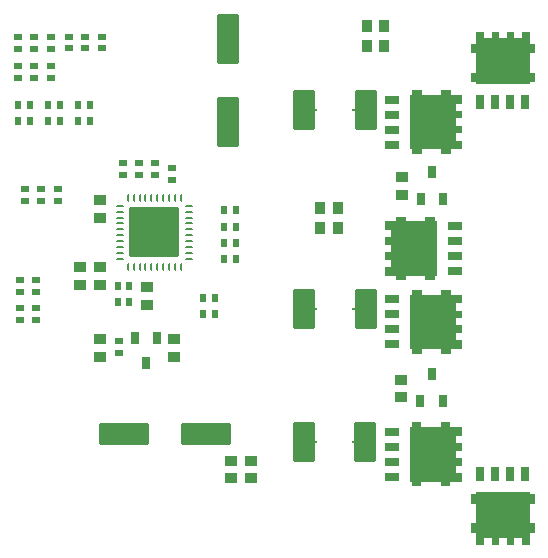
<source format=gbr>
G04*
G04 #@! TF.GenerationSoftware,Altium Limited,Altium Designer,24.10.1 (45)*
G04*
G04 Layer_Color=8421504*
%FSLAX25Y25*%
%MOIN*%
G70*
G04*
G04 #@! TF.SameCoordinates,CBAACD6F-12D9-4D4A-9EA7-E70620961981*
G04*
G04*
G04 #@! TF.FilePolarity,Positive*
G04*
G01*
G75*
G04:AMPARAMS|DCode=14|XSize=70.87mil|YSize=133.86mil|CornerRadius=5.32mil|HoleSize=0mil|Usage=FLASHONLY|Rotation=0.000|XOffset=0mil|YOffset=0mil|HoleType=Round|Shape=RoundedRectangle|*
%AMROUNDEDRECTD14*
21,1,0.07087,0.12323,0,0,0.0*
21,1,0.06024,0.13386,0,0,0.0*
1,1,0.01063,0.03012,-0.06161*
1,1,0.01063,-0.03012,-0.06161*
1,1,0.01063,-0.03012,0.06161*
1,1,0.01063,0.03012,0.06161*
%
%ADD14ROUNDEDRECTD14*%
G04:AMPARAMS|DCode=15|XSize=21.65mil|YSize=25.59mil|CornerRadius=1.62mil|HoleSize=0mil|Usage=FLASHONLY|Rotation=0.000|XOffset=0mil|YOffset=0mil|HoleType=Round|Shape=RoundedRectangle|*
%AMROUNDEDRECTD15*
21,1,0.02165,0.02234,0,0,0.0*
21,1,0.01841,0.02559,0,0,0.0*
1,1,0.00325,0.00920,-0.01117*
1,1,0.00325,-0.00920,-0.01117*
1,1,0.00325,-0.00920,0.01117*
1,1,0.00325,0.00920,0.01117*
%
%ADD15ROUNDEDRECTD15*%
G04:AMPARAMS|DCode=16|XSize=35.43mil|YSize=39.37mil|CornerRadius=2.66mil|HoleSize=0mil|Usage=FLASHONLY|Rotation=90.000|XOffset=0mil|YOffset=0mil|HoleType=Round|Shape=RoundedRectangle|*
%AMROUNDEDRECTD16*
21,1,0.03543,0.03406,0,0,90.0*
21,1,0.03012,0.03937,0,0,90.0*
1,1,0.00532,0.01703,0.01506*
1,1,0.00532,0.01703,-0.01506*
1,1,0.00532,-0.01703,-0.01506*
1,1,0.00532,-0.01703,0.01506*
%
%ADD16ROUNDEDRECTD16*%
G04:AMPARAMS|DCode=17|XSize=21.65mil|YSize=25.59mil|CornerRadius=1.62mil|HoleSize=0mil|Usage=FLASHONLY|Rotation=90.000|XOffset=0mil|YOffset=0mil|HoleType=Round|Shape=RoundedRectangle|*
%AMROUNDEDRECTD17*
21,1,0.02165,0.02234,0,0,90.0*
21,1,0.01841,0.02559,0,0,90.0*
1,1,0.00325,0.01117,0.00920*
1,1,0.00325,0.01117,-0.00920*
1,1,0.00325,-0.01117,-0.00920*
1,1,0.00325,-0.01117,0.00920*
%
%ADD17ROUNDEDRECTD17*%
G04:AMPARAMS|DCode=18|XSize=25.59mil|YSize=43.31mil|CornerRadius=1.92mil|HoleSize=0mil|Usage=FLASHONLY|Rotation=0.000|XOffset=0mil|YOffset=0mil|HoleType=Round|Shape=RoundedRectangle|*
%AMROUNDEDRECTD18*
21,1,0.02559,0.03947,0,0,0.0*
21,1,0.02175,0.04331,0,0,0.0*
1,1,0.00384,0.01088,-0.01973*
1,1,0.00384,-0.01088,-0.01973*
1,1,0.00384,-0.01088,0.01973*
1,1,0.00384,0.01088,0.01973*
%
%ADD18ROUNDEDRECTD18*%
G04:AMPARAMS|DCode=19|XSize=35.43mil|YSize=39.37mil|CornerRadius=2.66mil|HoleSize=0mil|Usage=FLASHONLY|Rotation=0.000|XOffset=0mil|YOffset=0mil|HoleType=Round|Shape=RoundedRectangle|*
%AMROUNDEDRECTD19*
21,1,0.03543,0.03406,0,0,0.0*
21,1,0.03012,0.03937,0,0,0.0*
1,1,0.00532,0.01506,-0.01703*
1,1,0.00532,-0.01506,-0.01703*
1,1,0.00532,-0.01506,0.01703*
1,1,0.00532,0.01506,0.01703*
%
%ADD19ROUNDEDRECTD19*%
%ADD20R,0.00500X0.00500*%
%ADD21R,0.01000X0.00500*%
G04:AMPARAMS|DCode=22|XSize=25.59mil|YSize=49.21mil|CornerRadius=0.64mil|HoleSize=0mil|Usage=FLASHONLY|Rotation=270.000|XOffset=0mil|YOffset=0mil|HoleType=Round|Shape=RoundedRectangle|*
%AMROUNDEDRECTD22*
21,1,0.02559,0.04793,0,0,270.0*
21,1,0.02431,0.04921,0,0,270.0*
1,1,0.00128,-0.02397,-0.01216*
1,1,0.00128,-0.02397,0.01216*
1,1,0.00128,0.02397,0.01216*
1,1,0.00128,0.02397,-0.01216*
%
%ADD22ROUNDEDRECTD22*%
G04:AMPARAMS|DCode=23|XSize=25.59mil|YSize=49.21mil|CornerRadius=0.64mil|HoleSize=0mil|Usage=FLASHONLY|Rotation=180.000|XOffset=0mil|YOffset=0mil|HoleType=Round|Shape=RoundedRectangle|*
%AMROUNDEDRECTD23*
21,1,0.02559,0.04793,0,0,180.0*
21,1,0.02431,0.04921,0,0,180.0*
1,1,0.00128,-0.01216,0.02397*
1,1,0.00128,0.01216,0.02397*
1,1,0.00128,0.01216,-0.02397*
1,1,0.00128,-0.01216,-0.02397*
%
%ADD23ROUNDEDRECTD23*%
G04:AMPARAMS|DCode=24|XSize=23.62mil|YSize=43.31mil|CornerRadius=1.77mil|HoleSize=0mil|Usage=FLASHONLY|Rotation=180.000|XOffset=0mil|YOffset=0mil|HoleType=Round|Shape=RoundedRectangle|*
%AMROUNDEDRECTD24*
21,1,0.02362,0.03976,0,0,180.0*
21,1,0.02008,0.04331,0,0,180.0*
1,1,0.00354,-0.01004,0.01988*
1,1,0.00354,0.01004,0.01988*
1,1,0.00354,0.01004,-0.01988*
1,1,0.00354,-0.01004,-0.01988*
%
%ADD24ROUNDEDRECTD24*%
G04:AMPARAMS|DCode=25|XSize=165.35mil|YSize=74.8mil|CornerRadius=5.61mil|HoleSize=0mil|Usage=FLASHONLY|Rotation=90.000|XOffset=0mil|YOffset=0mil|HoleType=Round|Shape=RoundedRectangle|*
%AMROUNDEDRECTD25*
21,1,0.16535,0.06358,0,0,90.0*
21,1,0.15413,0.07480,0,0,90.0*
1,1,0.01122,0.03179,0.07707*
1,1,0.01122,0.03179,-0.07707*
1,1,0.01122,-0.03179,-0.07707*
1,1,0.01122,-0.03179,0.07707*
%
%ADD25ROUNDEDRECTD25*%
G04:AMPARAMS|DCode=26|XSize=165.35mil|YSize=74.8mil|CornerRadius=5.61mil|HoleSize=0mil|Usage=FLASHONLY|Rotation=180.000|XOffset=0mil|YOffset=0mil|HoleType=Round|Shape=RoundedRectangle|*
%AMROUNDEDRECTD26*
21,1,0.16535,0.06358,0,0,180.0*
21,1,0.15413,0.07480,0,0,180.0*
1,1,0.01122,-0.07707,0.03179*
1,1,0.01122,0.07707,0.03179*
1,1,0.01122,0.07707,-0.03179*
1,1,0.01122,-0.07707,-0.03179*
%
%ADD26ROUNDEDRECTD26*%
G04:AMPARAMS|DCode=27|XSize=163.39mil|YSize=163.39mil|CornerRadius=1.63mil|HoleSize=0mil|Usage=FLASHONLY|Rotation=90.000|XOffset=0mil|YOffset=0mil|HoleType=Round|Shape=RoundedRectangle|*
%AMROUNDEDRECTD27*
21,1,0.16339,0.16012,0,0,90.0*
21,1,0.16012,0.16339,0,0,90.0*
1,1,0.00327,0.08006,0.08006*
1,1,0.00327,0.08006,-0.08006*
1,1,0.00327,-0.08006,-0.08006*
1,1,0.00327,-0.08006,0.08006*
%
%ADD27ROUNDEDRECTD27*%
G04:AMPARAMS|DCode=28|XSize=8.66mil|YSize=23.62mil|CornerRadius=1.95mil|HoleSize=0mil|Usage=FLASHONLY|Rotation=90.000|XOffset=0mil|YOffset=0mil|HoleType=Round|Shape=RoundedRectangle|*
%AMROUNDEDRECTD28*
21,1,0.00866,0.01972,0,0,90.0*
21,1,0.00476,0.02362,0,0,90.0*
1,1,0.00390,0.00986,0.00238*
1,1,0.00390,0.00986,-0.00238*
1,1,0.00390,-0.00986,-0.00238*
1,1,0.00390,-0.00986,0.00238*
%
%ADD28ROUNDEDRECTD28*%
G04:AMPARAMS|DCode=29|XSize=8.66mil|YSize=23.62mil|CornerRadius=1.95mil|HoleSize=0mil|Usage=FLASHONLY|Rotation=180.000|XOffset=0mil|YOffset=0mil|HoleType=Round|Shape=RoundedRectangle|*
%AMROUNDEDRECTD29*
21,1,0.00866,0.01972,0,0,180.0*
21,1,0.00476,0.02362,0,0,180.0*
1,1,0.00390,-0.00238,0.00986*
1,1,0.00390,0.00238,0.00986*
1,1,0.00390,0.00238,-0.00986*
1,1,0.00390,-0.00238,-0.00986*
%
%ADD29ROUNDEDRECTD29*%
G36*
X263307Y28681D02*
X264882D01*
Y25532D01*
X263307D01*
Y19035D01*
X264882D01*
Y15886D01*
X263307D01*
Y11909D01*
X260453D01*
Y14075D01*
X257992D01*
Y11909D01*
X255472D01*
Y14075D01*
X253031D01*
Y11909D01*
X250512D01*
Y14075D01*
X248051D01*
Y11909D01*
X245197D01*
Y15886D01*
X243622D01*
Y19035D01*
X245197D01*
Y25532D01*
X243622D01*
Y28681D01*
X245197D01*
Y29429D01*
X263307D01*
Y28681D01*
D02*
G37*
G36*
X236673Y51083D02*
X240650D01*
Y48228D01*
X238484D01*
Y45768D01*
X240650D01*
Y43248D01*
X238484D01*
Y40807D01*
X240650D01*
Y38287D01*
X238484D01*
Y35827D01*
X240650D01*
Y32972D01*
X236673D01*
Y31398D01*
X233524D01*
Y32972D01*
X227028D01*
Y31398D01*
X223878D01*
Y32972D01*
X223130D01*
Y51083D01*
X223878D01*
Y52658D01*
X227028D01*
Y51083D01*
X233524D01*
Y52658D01*
X236673D01*
Y51083D01*
D02*
G37*
G36*
X236772Y95256D02*
X240748D01*
Y92402D01*
X238583D01*
Y89941D01*
X240748D01*
Y87421D01*
X238583D01*
Y84980D01*
X240748D01*
Y82461D01*
X238583D01*
Y80000D01*
X240748D01*
Y77146D01*
X236772D01*
Y75571D01*
X233622D01*
Y77146D01*
X227126D01*
Y75571D01*
X223976D01*
Y77146D01*
X223228D01*
Y95256D01*
X223976D01*
Y96831D01*
X227126D01*
Y95256D01*
X233622D01*
Y96831D01*
X236772D01*
Y95256D01*
D02*
G37*
G36*
X231535Y119685D02*
X232283D01*
Y101575D01*
X231535D01*
Y100000D01*
X228386D01*
Y101575D01*
X221890D01*
Y100000D01*
X218740D01*
Y101575D01*
X214764D01*
Y104429D01*
X216929D01*
Y106890D01*
X214764D01*
Y109409D01*
X216929D01*
Y111850D01*
X214764D01*
Y114370D01*
X216929D01*
Y116831D01*
X214764D01*
Y119685D01*
X218740D01*
Y121260D01*
X221890D01*
Y119685D01*
X228386D01*
Y121260D01*
X231535D01*
Y119685D01*
D02*
G37*
G36*
X236772Y161811D02*
X240748D01*
Y158957D01*
X238583D01*
Y156496D01*
X240748D01*
Y153976D01*
X238583D01*
Y151535D01*
X240748D01*
Y149016D01*
X238583D01*
Y146555D01*
X240748D01*
Y143701D01*
X236772D01*
Y142126D01*
X233622D01*
Y143701D01*
X227126D01*
Y142126D01*
X223976D01*
Y143701D01*
X223228D01*
Y161811D01*
X223976D01*
Y163386D01*
X227126D01*
Y161811D01*
X233622D01*
Y163386D01*
X236772D01*
Y161811D01*
D02*
G37*
G36*
X263307Y178898D02*
X264882D01*
Y175748D01*
X263307D01*
Y169252D01*
X264882D01*
Y166102D01*
X263307D01*
Y165354D01*
X245197D01*
Y166102D01*
X243622D01*
Y169252D01*
X245197D01*
Y175748D01*
X243622D01*
Y178898D01*
X245197D01*
Y182874D01*
X248051D01*
Y180709D01*
X250512D01*
Y182874D01*
X253031D01*
Y180709D01*
X255472D01*
Y182874D01*
X257992D01*
Y180709D01*
X260453D01*
Y182874D01*
X263307D01*
Y178898D01*
D02*
G37*
D14*
X208366Y46161D02*
D03*
X187894D02*
D03*
X208465Y90354D02*
D03*
X187992D02*
D03*
Y156890D02*
D03*
X208465D02*
D03*
D15*
X165256Y123327D02*
D03*
X161319D02*
D03*
X92520Y158563D02*
D03*
X96457D02*
D03*
X112500D02*
D03*
X116437D02*
D03*
X125787Y92815D02*
D03*
X129724D02*
D03*
X125787Y98228D02*
D03*
X129724D02*
D03*
X161319Y112500D02*
D03*
X165256D02*
D03*
X112500Y153150D02*
D03*
X116437D02*
D03*
X161319Y117913D02*
D03*
X165256D02*
D03*
X154232Y88681D02*
D03*
X158169D02*
D03*
X102559Y153150D02*
D03*
X106496D02*
D03*
X102559Y158563D02*
D03*
X106496D02*
D03*
X161319Y107087D02*
D03*
X165256D02*
D03*
X154232Y94095D02*
D03*
X158169D02*
D03*
X92520Y153150D02*
D03*
X96457D02*
D03*
D16*
X144685Y74508D02*
D03*
Y80413D02*
D03*
X170177Y34055D02*
D03*
Y39961D02*
D03*
X220417Y66929D02*
D03*
Y61024D02*
D03*
X113386Y98622D02*
D03*
Y104528D02*
D03*
X135531Y97835D02*
D03*
Y91929D02*
D03*
X120079Y80413D02*
D03*
Y74508D02*
D03*
X119980Y98622D02*
D03*
Y104528D02*
D03*
X220574Y128543D02*
D03*
Y134449D02*
D03*
X163583Y34055D02*
D03*
Y39961D02*
D03*
X119783Y126870D02*
D03*
Y120965D02*
D03*
D17*
X115059Y181299D02*
D03*
Y177362D02*
D03*
X103445Y171555D02*
D03*
Y167618D02*
D03*
X93307Y86811D02*
D03*
Y90748D02*
D03*
X94882Y130413D02*
D03*
Y126476D02*
D03*
X138386Y139173D02*
D03*
Y135236D02*
D03*
X103445Y177264D02*
D03*
Y181201D02*
D03*
X92618Y167618D02*
D03*
Y171555D02*
D03*
X98032Y167618D02*
D03*
Y171555D02*
D03*
X143799Y137500D02*
D03*
Y133563D02*
D03*
X98032Y181201D02*
D03*
Y177264D02*
D03*
X93307Y96161D02*
D03*
Y100098D02*
D03*
X98721Y96161D02*
D03*
Y100098D02*
D03*
X105905Y130413D02*
D03*
Y126476D02*
D03*
X132972Y139173D02*
D03*
Y135236D02*
D03*
X126378Y79724D02*
D03*
Y75787D02*
D03*
X109646Y181299D02*
D03*
Y177362D02*
D03*
X92618Y181201D02*
D03*
Y177264D02*
D03*
X120472Y181299D02*
D03*
Y177362D02*
D03*
X98721Y86811D02*
D03*
Y90748D02*
D03*
X100394Y130413D02*
D03*
Y126476D02*
D03*
X127559Y139173D02*
D03*
Y135236D02*
D03*
D18*
X230456Y68701D02*
D03*
X234196Y59646D02*
D03*
X226716D02*
D03*
X226907Y127067D02*
D03*
X234388D02*
D03*
X230647Y136122D02*
D03*
D19*
X214665Y178248D02*
D03*
X208760D02*
D03*
X199114Y124114D02*
D03*
X193209D02*
D03*
X199114Y117421D02*
D03*
X193209D02*
D03*
X214665Y184843D02*
D03*
X208760D02*
D03*
D20*
X204876Y90354D02*
D03*
X204626D02*
D03*
X204921Y156890D02*
D03*
X204671D02*
D03*
X191285Y90354D02*
D03*
X191535D02*
D03*
X191228Y46161D02*
D03*
X191478D02*
D03*
X205073D02*
D03*
X204823D02*
D03*
X191285Y156890D02*
D03*
X191535D02*
D03*
D21*
X204126Y90354D02*
D03*
X204171Y156890D02*
D03*
X192035Y90354D02*
D03*
X191978Y46161D02*
D03*
X204323D02*
D03*
X192035Y156890D02*
D03*
D22*
X217224Y93701D02*
D03*
Y88701D02*
D03*
Y78701D02*
D03*
Y83701D02*
D03*
Y160256D02*
D03*
Y155256D02*
D03*
Y145256D02*
D03*
Y150256D02*
D03*
X217126Y49528D02*
D03*
Y44528D02*
D03*
Y34528D02*
D03*
Y39528D02*
D03*
X238287Y103130D02*
D03*
Y108130D02*
D03*
Y118130D02*
D03*
Y113130D02*
D03*
D23*
X261752Y35433D02*
D03*
X256752D02*
D03*
X246752D02*
D03*
X251752D02*
D03*
X246752Y159350D02*
D03*
X251752D02*
D03*
X261752D02*
D03*
X256752D02*
D03*
D24*
X135236Y72539D02*
D03*
X131496Y80807D02*
D03*
X138976D02*
D03*
D25*
X162598Y152756D02*
D03*
Y180315D02*
D03*
D26*
X155413Y48720D02*
D03*
X127854D02*
D03*
D27*
X138045Y116041D02*
D03*
D28*
X126627Y107183D02*
D03*
Y109151D02*
D03*
Y111120D02*
D03*
Y113089D02*
D03*
Y115057D02*
D03*
Y117025D02*
D03*
Y118994D02*
D03*
Y120963D02*
D03*
Y122931D02*
D03*
Y124899D02*
D03*
X149462D02*
D03*
Y122931D02*
D03*
Y120963D02*
D03*
Y118994D02*
D03*
Y117025D02*
D03*
Y115057D02*
D03*
Y113089D02*
D03*
Y111120D02*
D03*
Y109151D02*
D03*
Y107183D02*
D03*
D29*
X129186Y127459D02*
D03*
X131155D02*
D03*
X133123D02*
D03*
X135092D02*
D03*
X137060D02*
D03*
X139029D02*
D03*
X140997D02*
D03*
X142966D02*
D03*
X144934D02*
D03*
X146903D02*
D03*
Y104624D02*
D03*
X144934D02*
D03*
X142966D02*
D03*
X140997D02*
D03*
X139029D02*
D03*
X137060D02*
D03*
X135092D02*
D03*
X133123D02*
D03*
X131155D02*
D03*
X129186D02*
D03*
M02*

</source>
